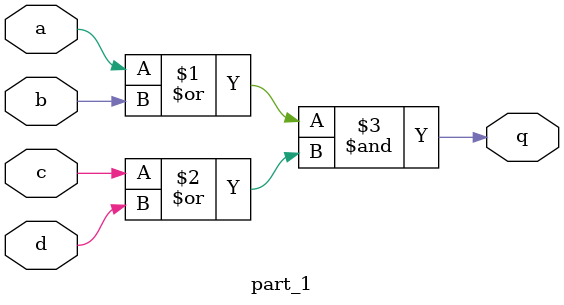
<source format=v>
module part_1(
    input a, b, c, d,
    output q
);
    
assign q = (a | b) & (c | d);

endmodule

</source>
